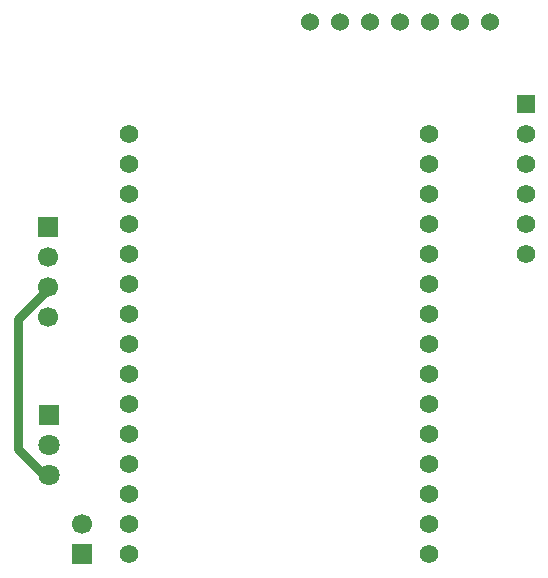
<source format=gbl>
G04 Layer: BottomLayer*
G04 EasyEDA Pro v2.2.32.3, 2024-11-13 01:00:44*
G04 Gerber Generator version 0.3*
G04 Scale: 100 percent, Rotated: No, Reflected: No*
G04 Dimensions in millimeters*
G04 Leading zeros omitted, absolute positions, 3 integers and 5 decimals*
%FSLAX35Y35*%
%MOMM*%
%ADD10C,1.5748*%
%ADD11R,1.5748X1.5748*%
%ADD12C,1.524*%
%ADD13C,1.8*%
%ADD14R,1.8X1.8*%
%ADD15R,1.7X1.7*%
%ADD16C,1.7*%
%ADD17R,1.7X1.7*%
%ADD18C,0.762*%
%ADD19C,0.254*%
G75*


G04 Pad Start*
G54D10*
G01X6680200Y-3555987D03*
G01X6680200Y-3301987D03*
G01X6680200Y-3047987D03*
G01X6680200Y-2793987D03*
G01X6680200Y-2539987D03*
G54D11*
G01X6680200Y-2286013D03*
G54D10*
G01X3314700Y-2540000D03*
G01X3314700Y-2794000D03*
G01X3314700Y-3048000D03*
G01X3314700Y-3302000D03*
G01X3314700Y-3556000D03*
G01X3314700Y-3810000D03*
G01X3314700Y-4064000D03*
G01X3314700Y-4318000D03*
G01X3314700Y-4572000D03*
G01X3314700Y-4826000D03*
G01X3314700Y-5080000D03*
G01X3314700Y-5334000D03*
G01X3314700Y-5588000D03*
G01X3314700Y-5842000D03*
G01X3314700Y-6096000D03*
G01X5854700Y-6096000D03*
G01X5854700Y-5842000D03*
G01X5854700Y-5588000D03*
G01X5854700Y-5334000D03*
G01X5854700Y-5080000D03*
G01X5854700Y-4826000D03*
G01X5854700Y-4572000D03*
G01X5854700Y-4318000D03*
G01X5854700Y-4064000D03*
G01X5854700Y-3810000D03*
G01X5854700Y-3556000D03*
G01X5854700Y-3302000D03*
G01X5854700Y-3048000D03*
G01X5854700Y-2794000D03*
G01X5854700Y-2540000D03*
G54D12*
G01X4852416Y-1591310D03*
G01X5106416Y-1591310D03*
G01X5360416Y-1591310D03*
G01X5614416Y-1591310D03*
G01X5868416Y-1591310D03*
G01X6122416Y-1591310D03*
G01X6376416Y-1591310D03*
G54D13*
G01X2641600Y-5422900D03*
G01X2641600Y-5168900D03*
G54D14*
G01X2641600Y-4914900D03*
G54D15*
G01X2921000Y-6096000D03*
G54D16*
G01X2921000Y-5842000D03*
G54D17*
G01X2628900Y-3327400D03*
G54D16*
G01X2628900Y-3581399D03*
G01X2628900Y-3835399D03*
G01X2628900Y-4089398D03*
G04 Pad End*

G04 Track Start*
G54D18*
G01X2628900Y-3848099D02*
G01X2374900Y-4102099D01*
G01X2374900Y-5207000D01*
G01X2578100Y-5410200D01*
G54D19*
G01X2578100Y-5410200D02*
G01X2628900Y-5410200D01*
G01X2628900Y-3835400D02*
G01X2628900Y-3848099D01*
G01X2628900Y-5410200D02*
G01X2641600Y-5422900D01*
G04 Track End*

M02*


</source>
